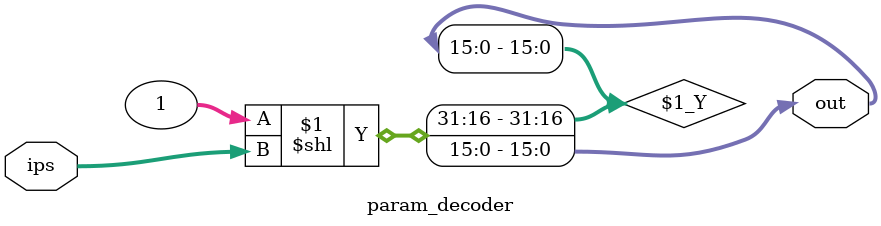
<source format=v>
`timescale 1ns / 1ps

module param_decoder # (
    parameter N = 4
    )(
    input wire [N-1:0] ips,
    output wire [2**N-1:0] out 
    );
    assign out = 1 << ips; // Instead of always(*) 
                          //and requiring non-net (reg) for output
endmodule

</source>
